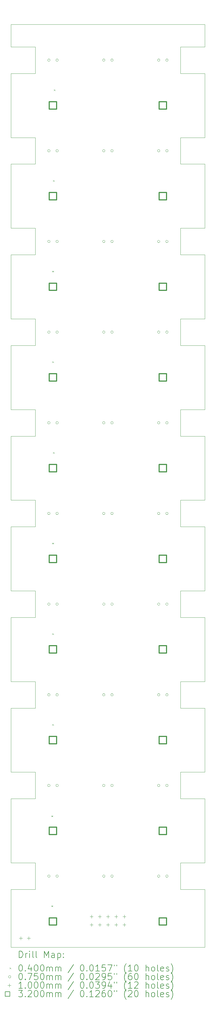
<source format=gbr>
%FSLAX45Y45*%
G04 Gerber Fmt 4.5, Leading zero omitted, Abs format (unit mm)*
G04 Created by KiCad (PCBNEW (6.0.0)) date 2022-10-10 13:55:57*
%MOMM*%
%LPD*%
G01*
G04 APERTURE LIST*
%TA.AperFunction,Profile*%
%ADD10C,0.100000*%
%TD*%
%ADD11C,0.200000*%
%ADD12C,0.040000*%
%ADD13C,0.075000*%
%ADD14C,0.100000*%
%ADD15C,0.320000*%
G04 APERTURE END LIST*
D10*
X9575000Y-31375000D02*
X9575000Y-29585000D01*
X3575000Y-15585000D02*
X3575000Y-17565000D01*
X8825000Y-3565000D02*
X9575000Y-3565000D01*
X8825000Y-9165000D02*
X9575000Y-9165000D01*
X8825000Y-23165000D02*
X8825000Y-23985000D01*
X3575000Y-15585000D02*
X4325000Y-15585000D01*
X8825000Y-12785000D02*
X9575000Y-12785000D01*
X9575000Y-28765000D02*
X9575000Y-26785000D01*
X3575000Y-9165000D02*
X4325000Y-9165000D01*
X8825000Y-14765000D02*
X8825000Y-15585000D01*
X9575000Y-20365000D02*
X9575000Y-18385000D01*
X8825000Y-6365000D02*
X8825000Y-7185000D01*
X3575000Y-31375000D02*
X9575000Y-31375000D01*
X3575000Y-23985000D02*
X3575000Y-25965000D01*
X4325000Y-18385000D02*
X4325000Y-17565000D01*
X3575000Y-23165000D02*
X4325000Y-23165000D01*
X4325000Y-23985000D02*
X4325000Y-23165000D01*
X9575000Y-23165000D02*
X9575000Y-21185000D01*
X3575000Y-2875000D02*
X3575000Y-3565000D01*
X3575000Y-6365000D02*
X4325000Y-6365000D01*
X3575000Y-23985000D02*
X4325000Y-23985000D01*
X3575000Y-9985000D02*
X3575000Y-11965000D01*
X8825000Y-11965000D02*
X9575000Y-11965000D01*
X9575000Y-11965000D02*
X9575000Y-9985000D01*
X9575000Y-9165000D02*
X9575000Y-7185000D01*
X3575000Y-17565000D02*
X4325000Y-17565000D01*
X3575000Y-26785000D02*
X4325000Y-26785000D01*
X4325000Y-4385000D02*
X4325000Y-3565000D01*
X8825000Y-17565000D02*
X8825000Y-18385000D01*
X8825000Y-4385000D02*
X9575000Y-4385000D01*
X8825000Y-7185000D02*
X9575000Y-7185000D01*
X8825000Y-25965000D02*
X8825000Y-26785000D01*
X3575000Y-4385000D02*
X3575000Y-6365000D01*
X8825000Y-21185000D02*
X9575000Y-21185000D01*
X8825000Y-20365000D02*
X8825000Y-21185000D01*
X4325000Y-15585000D02*
X4325000Y-14765000D01*
X8825000Y-14765000D02*
X9575000Y-14765000D01*
X8825000Y-18385000D02*
X9575000Y-18385000D01*
X8825000Y-20365000D02*
X9575000Y-20365000D01*
X3575000Y-18385000D02*
X4325000Y-18385000D01*
X4325000Y-21185000D02*
X4325000Y-20365000D01*
X3575000Y-12785000D02*
X4325000Y-12785000D01*
X3575000Y-25965000D02*
X4325000Y-25965000D01*
X9575000Y-25965000D02*
X9575000Y-23985000D01*
X9575000Y-17565000D02*
X9575000Y-15585000D01*
X8825000Y-23985000D02*
X9575000Y-23985000D01*
X8825000Y-26785000D02*
X9575000Y-26785000D01*
X3575000Y-7185000D02*
X3575000Y-9165000D01*
X8825000Y-3565000D02*
X8825000Y-4385000D01*
X8825000Y-28765000D02*
X8825000Y-29585000D01*
X3575000Y-7185000D02*
X4325000Y-7185000D01*
X3575000Y-3565000D02*
X4325000Y-3565000D01*
X8825000Y-9165000D02*
X8825000Y-9985000D01*
X3575000Y-4385000D02*
X4325000Y-4385000D01*
X4325000Y-29585000D02*
X4325000Y-28765000D01*
X8825000Y-28765000D02*
X9575000Y-28765000D01*
X8825000Y-17565000D02*
X9575000Y-17565000D01*
X3575000Y-21185000D02*
X3575000Y-23165000D01*
X3575000Y-12785000D02*
X3575000Y-14765000D01*
X3575000Y-11965000D02*
X4325000Y-11965000D01*
X8825000Y-9985000D02*
X9575000Y-9985000D01*
X4325000Y-26785000D02*
X4325000Y-25965000D01*
X8825000Y-15585000D02*
X9575000Y-15585000D01*
X3575000Y-28765000D02*
X4325000Y-28765000D01*
X3575000Y-18385000D02*
X3575000Y-20365000D01*
X4325000Y-12785000D02*
X4325000Y-11965000D01*
X3575000Y-9985000D02*
X4325000Y-9985000D01*
X3575000Y-29585000D02*
X4325000Y-29585000D01*
X9575000Y-3565000D02*
X9575000Y-2875000D01*
X8825000Y-23165000D02*
X9575000Y-23165000D01*
X3575000Y-14765000D02*
X4325000Y-14765000D01*
X8825000Y-11965000D02*
X8825000Y-12785000D01*
X3575000Y-29585000D02*
X3575000Y-31375000D01*
X3575000Y-21185000D02*
X4325000Y-21185000D01*
X8825000Y-25965000D02*
X9575000Y-25965000D01*
X9575000Y-14765000D02*
X9575000Y-12785000D01*
X3575000Y-26785000D02*
X3575000Y-28765000D01*
X8825000Y-29585000D02*
X9575000Y-29585000D01*
X4325000Y-9985000D02*
X4325000Y-9165000D01*
X9575000Y-2875000D02*
X3575000Y-2875000D01*
X9575000Y-6365000D02*
X9575000Y-4385000D01*
X4325000Y-7185000D02*
X4325000Y-6365000D01*
X3575000Y-20365000D02*
X4325000Y-20365000D01*
X8825000Y-6365000D02*
X9575000Y-6365000D01*
D11*
D12*
X4830000Y-27305000D02*
X4870000Y-27345000D01*
X4870000Y-27305000D02*
X4830000Y-27345000D01*
X4830000Y-30080000D02*
X4870000Y-30120000D01*
X4870000Y-30080000D02*
X4830000Y-30120000D01*
X4855000Y-10480000D02*
X4895000Y-10520000D01*
X4895000Y-10480000D02*
X4855000Y-10520000D01*
X4855000Y-13280000D02*
X4895000Y-13320000D01*
X4895000Y-13280000D02*
X4855000Y-13320000D01*
X4855000Y-18880000D02*
X4895000Y-18920000D01*
X4895000Y-18880000D02*
X4855000Y-18920000D01*
X4855000Y-21680000D02*
X4895000Y-21720000D01*
X4895000Y-21680000D02*
X4855000Y-21720000D01*
X4855000Y-24480000D02*
X4895000Y-24520000D01*
X4895000Y-24480000D02*
X4855000Y-24520000D01*
X4880000Y-7680000D02*
X4920000Y-7720000D01*
X4920000Y-7680000D02*
X4880000Y-7720000D01*
X4880000Y-16080000D02*
X4920000Y-16120000D01*
X4920000Y-16080000D02*
X4880000Y-16120000D01*
X4905000Y-4880000D02*
X4945000Y-4920000D01*
X4945000Y-4880000D02*
X4905000Y-4920000D01*
D13*
X4786000Y-3975000D02*
G75*
G03*
X4786000Y-3975000I-37500J0D01*
G01*
X4786000Y-6775000D02*
G75*
G03*
X4786000Y-6775000I-37500J0D01*
G01*
X4786000Y-9575000D02*
G75*
G03*
X4786000Y-9575000I-37500J0D01*
G01*
X4786000Y-12375000D02*
G75*
G03*
X4786000Y-12375000I-37500J0D01*
G01*
X4786000Y-15175000D02*
G75*
G03*
X4786000Y-15175000I-37500J0D01*
G01*
X4786000Y-17975000D02*
G75*
G03*
X4786000Y-17975000I-37500J0D01*
G01*
X4786000Y-20775000D02*
G75*
G03*
X4786000Y-20775000I-37500J0D01*
G01*
X4786000Y-23575000D02*
G75*
G03*
X4786000Y-23575000I-37500J0D01*
G01*
X4786000Y-26375000D02*
G75*
G03*
X4786000Y-26375000I-37500J0D01*
G01*
X4786000Y-29175000D02*
G75*
G03*
X4786000Y-29175000I-37500J0D01*
G01*
X5040000Y-3975000D02*
G75*
G03*
X5040000Y-3975000I-37500J0D01*
G01*
X5040000Y-6775000D02*
G75*
G03*
X5040000Y-6775000I-37500J0D01*
G01*
X5040000Y-9575000D02*
G75*
G03*
X5040000Y-9575000I-37500J0D01*
G01*
X5040000Y-12375000D02*
G75*
G03*
X5040000Y-12375000I-37500J0D01*
G01*
X5040000Y-15175000D02*
G75*
G03*
X5040000Y-15175000I-37500J0D01*
G01*
X5040000Y-17975000D02*
G75*
G03*
X5040000Y-17975000I-37500J0D01*
G01*
X5040000Y-20775000D02*
G75*
G03*
X5040000Y-20775000I-37500J0D01*
G01*
X5040000Y-23575000D02*
G75*
G03*
X5040000Y-23575000I-37500J0D01*
G01*
X5040000Y-26375000D02*
G75*
G03*
X5040000Y-26375000I-37500J0D01*
G01*
X5040000Y-29175000D02*
G75*
G03*
X5040000Y-29175000I-37500J0D01*
G01*
X6486000Y-3975000D02*
G75*
G03*
X6486000Y-3975000I-37500J0D01*
G01*
X6486000Y-6775000D02*
G75*
G03*
X6486000Y-6775000I-37500J0D01*
G01*
X6486000Y-9575000D02*
G75*
G03*
X6486000Y-9575000I-37500J0D01*
G01*
X6486000Y-12375000D02*
G75*
G03*
X6486000Y-12375000I-37500J0D01*
G01*
X6486000Y-15175000D02*
G75*
G03*
X6486000Y-15175000I-37500J0D01*
G01*
X6486000Y-17975000D02*
G75*
G03*
X6486000Y-17975000I-37500J0D01*
G01*
X6486000Y-20775000D02*
G75*
G03*
X6486000Y-20775000I-37500J0D01*
G01*
X6486000Y-23575000D02*
G75*
G03*
X6486000Y-23575000I-37500J0D01*
G01*
X6486000Y-26375000D02*
G75*
G03*
X6486000Y-26375000I-37500J0D01*
G01*
X6486000Y-29175000D02*
G75*
G03*
X6486000Y-29175000I-37500J0D01*
G01*
X6740000Y-3975000D02*
G75*
G03*
X6740000Y-3975000I-37500J0D01*
G01*
X6740000Y-6775000D02*
G75*
G03*
X6740000Y-6775000I-37500J0D01*
G01*
X6740000Y-9575000D02*
G75*
G03*
X6740000Y-9575000I-37500J0D01*
G01*
X6740000Y-12375000D02*
G75*
G03*
X6740000Y-12375000I-37500J0D01*
G01*
X6740000Y-15175000D02*
G75*
G03*
X6740000Y-15175000I-37500J0D01*
G01*
X6740000Y-17975000D02*
G75*
G03*
X6740000Y-17975000I-37500J0D01*
G01*
X6740000Y-20775000D02*
G75*
G03*
X6740000Y-20775000I-37500J0D01*
G01*
X6740000Y-23575000D02*
G75*
G03*
X6740000Y-23575000I-37500J0D01*
G01*
X6740000Y-26375000D02*
G75*
G03*
X6740000Y-26375000I-37500J0D01*
G01*
X6740000Y-29175000D02*
G75*
G03*
X6740000Y-29175000I-37500J0D01*
G01*
X8186000Y-3975000D02*
G75*
G03*
X8186000Y-3975000I-37500J0D01*
G01*
X8186000Y-6775000D02*
G75*
G03*
X8186000Y-6775000I-37500J0D01*
G01*
X8186000Y-9575000D02*
G75*
G03*
X8186000Y-9575000I-37500J0D01*
G01*
X8186000Y-12375000D02*
G75*
G03*
X8186000Y-12375000I-37500J0D01*
G01*
X8186000Y-15175000D02*
G75*
G03*
X8186000Y-15175000I-37500J0D01*
G01*
X8186000Y-17975000D02*
G75*
G03*
X8186000Y-17975000I-37500J0D01*
G01*
X8186000Y-20775000D02*
G75*
G03*
X8186000Y-20775000I-37500J0D01*
G01*
X8186000Y-23575000D02*
G75*
G03*
X8186000Y-23575000I-37500J0D01*
G01*
X8186000Y-26375000D02*
G75*
G03*
X8186000Y-26375000I-37500J0D01*
G01*
X8186000Y-29175000D02*
G75*
G03*
X8186000Y-29175000I-37500J0D01*
G01*
X8440000Y-3975000D02*
G75*
G03*
X8440000Y-3975000I-37500J0D01*
G01*
X8440000Y-6775000D02*
G75*
G03*
X8440000Y-6775000I-37500J0D01*
G01*
X8440000Y-9575000D02*
G75*
G03*
X8440000Y-9575000I-37500J0D01*
G01*
X8440000Y-12375000D02*
G75*
G03*
X8440000Y-12375000I-37500J0D01*
G01*
X8440000Y-15175000D02*
G75*
G03*
X8440000Y-15175000I-37500J0D01*
G01*
X8440000Y-17975000D02*
G75*
G03*
X8440000Y-17975000I-37500J0D01*
G01*
X8440000Y-20775000D02*
G75*
G03*
X8440000Y-20775000I-37500J0D01*
G01*
X8440000Y-23575000D02*
G75*
G03*
X8440000Y-23575000I-37500J0D01*
G01*
X8440000Y-26375000D02*
G75*
G03*
X8440000Y-26375000I-37500J0D01*
G01*
X8440000Y-29175000D02*
G75*
G03*
X8440000Y-29175000I-37500J0D01*
G01*
D14*
X3875000Y-31045000D02*
X3875000Y-31145000D01*
X3825000Y-31095000D02*
X3925000Y-31095000D01*
X4125000Y-31045000D02*
X4125000Y-31145000D01*
X4075000Y-31095000D02*
X4175000Y-31095000D01*
X6067000Y-30375000D02*
X6067000Y-30475000D01*
X6017000Y-30425000D02*
X6117000Y-30425000D01*
X6067000Y-30629000D02*
X6067000Y-30729000D01*
X6017000Y-30679000D02*
X6117000Y-30679000D01*
X6321000Y-30375000D02*
X6321000Y-30475000D01*
X6271000Y-30425000D02*
X6371000Y-30425000D01*
X6321000Y-30629000D02*
X6321000Y-30729000D01*
X6271000Y-30679000D02*
X6371000Y-30679000D01*
X6575000Y-30375000D02*
X6575000Y-30475000D01*
X6525000Y-30425000D02*
X6625000Y-30425000D01*
X6575000Y-30629000D02*
X6575000Y-30729000D01*
X6525000Y-30679000D02*
X6625000Y-30679000D01*
X6829000Y-30375000D02*
X6829000Y-30475000D01*
X6779000Y-30425000D02*
X6879000Y-30425000D01*
X6829000Y-30629000D02*
X6829000Y-30729000D01*
X6779000Y-30679000D02*
X6879000Y-30679000D01*
X7083000Y-30375000D02*
X7083000Y-30475000D01*
X7033000Y-30425000D02*
X7133000Y-30425000D01*
X7083000Y-30629000D02*
X7083000Y-30729000D01*
X7033000Y-30679000D02*
X7133000Y-30679000D01*
D15*
X4988138Y-5488138D02*
X4988138Y-5261862D01*
X4761862Y-5261862D01*
X4761862Y-5488138D01*
X4988138Y-5488138D01*
X4988138Y-8288138D02*
X4988138Y-8061862D01*
X4761862Y-8061862D01*
X4761862Y-8288138D01*
X4988138Y-8288138D01*
X4988138Y-11088138D02*
X4988138Y-10861862D01*
X4761862Y-10861862D01*
X4761862Y-11088138D01*
X4988138Y-11088138D01*
X4988138Y-13888138D02*
X4988138Y-13661862D01*
X4761862Y-13661862D01*
X4761862Y-13888138D01*
X4988138Y-13888138D01*
X4988138Y-16688138D02*
X4988138Y-16461862D01*
X4761862Y-16461862D01*
X4761862Y-16688138D01*
X4988138Y-16688138D01*
X4988138Y-19488138D02*
X4988138Y-19261862D01*
X4761862Y-19261862D01*
X4761862Y-19488138D01*
X4988138Y-19488138D01*
X4988138Y-22288138D02*
X4988138Y-22061862D01*
X4761862Y-22061862D01*
X4761862Y-22288138D01*
X4988138Y-22288138D01*
X4988138Y-25088138D02*
X4988138Y-24861862D01*
X4761862Y-24861862D01*
X4761862Y-25088138D01*
X4988138Y-25088138D01*
X4988138Y-27888138D02*
X4988138Y-27661862D01*
X4761862Y-27661862D01*
X4761862Y-27888138D01*
X4988138Y-27888138D01*
X4988138Y-30688138D02*
X4988138Y-30461862D01*
X4761862Y-30461862D01*
X4761862Y-30688138D01*
X4988138Y-30688138D01*
X8388138Y-5488138D02*
X8388138Y-5261862D01*
X8161862Y-5261862D01*
X8161862Y-5488138D01*
X8388138Y-5488138D01*
X8388138Y-8288138D02*
X8388138Y-8061862D01*
X8161862Y-8061862D01*
X8161862Y-8288138D01*
X8388138Y-8288138D01*
X8388138Y-11088138D02*
X8388138Y-10861862D01*
X8161862Y-10861862D01*
X8161862Y-11088138D01*
X8388138Y-11088138D01*
X8388138Y-13888138D02*
X8388138Y-13661862D01*
X8161862Y-13661862D01*
X8161862Y-13888138D01*
X8388138Y-13888138D01*
X8388138Y-16688138D02*
X8388138Y-16461862D01*
X8161862Y-16461862D01*
X8161862Y-16688138D01*
X8388138Y-16688138D01*
X8388138Y-19488138D02*
X8388138Y-19261862D01*
X8161862Y-19261862D01*
X8161862Y-19488138D01*
X8388138Y-19488138D01*
X8388138Y-22288138D02*
X8388138Y-22061862D01*
X8161862Y-22061862D01*
X8161862Y-22288138D01*
X8388138Y-22288138D01*
X8388138Y-25088138D02*
X8388138Y-24861862D01*
X8161862Y-24861862D01*
X8161862Y-25088138D01*
X8388138Y-25088138D01*
X8388138Y-27888138D02*
X8388138Y-27661862D01*
X8161862Y-27661862D01*
X8161862Y-27888138D01*
X8388138Y-27888138D01*
X8388138Y-30688138D02*
X8388138Y-30461862D01*
X8161862Y-30461862D01*
X8161862Y-30688138D01*
X8388138Y-30688138D01*
D11*
X3827619Y-31690476D02*
X3827619Y-31490476D01*
X3875238Y-31490476D01*
X3903809Y-31500000D01*
X3922857Y-31519048D01*
X3932381Y-31538095D01*
X3941905Y-31576190D01*
X3941905Y-31604762D01*
X3932381Y-31642857D01*
X3922857Y-31661905D01*
X3903809Y-31680952D01*
X3875238Y-31690476D01*
X3827619Y-31690476D01*
X4027619Y-31690476D02*
X4027619Y-31557143D01*
X4027619Y-31595238D02*
X4037143Y-31576190D01*
X4046667Y-31566667D01*
X4065714Y-31557143D01*
X4084762Y-31557143D01*
X4151428Y-31690476D02*
X4151428Y-31557143D01*
X4151428Y-31490476D02*
X4141905Y-31500000D01*
X4151428Y-31509524D01*
X4160952Y-31500000D01*
X4151428Y-31490476D01*
X4151428Y-31509524D01*
X4275238Y-31690476D02*
X4256190Y-31680952D01*
X4246667Y-31661905D01*
X4246667Y-31490476D01*
X4380000Y-31690476D02*
X4360952Y-31680952D01*
X4351429Y-31661905D01*
X4351429Y-31490476D01*
X4608571Y-31690476D02*
X4608571Y-31490476D01*
X4675238Y-31633333D01*
X4741905Y-31490476D01*
X4741905Y-31690476D01*
X4922857Y-31690476D02*
X4922857Y-31585714D01*
X4913333Y-31566667D01*
X4894286Y-31557143D01*
X4856190Y-31557143D01*
X4837143Y-31566667D01*
X4922857Y-31680952D02*
X4903810Y-31690476D01*
X4856190Y-31690476D01*
X4837143Y-31680952D01*
X4827619Y-31661905D01*
X4827619Y-31642857D01*
X4837143Y-31623809D01*
X4856190Y-31614286D01*
X4903810Y-31614286D01*
X4922857Y-31604762D01*
X5018095Y-31557143D02*
X5018095Y-31757143D01*
X5018095Y-31566667D02*
X5037143Y-31557143D01*
X5075238Y-31557143D01*
X5094286Y-31566667D01*
X5103810Y-31576190D01*
X5113333Y-31595238D01*
X5113333Y-31652381D01*
X5103810Y-31671428D01*
X5094286Y-31680952D01*
X5075238Y-31690476D01*
X5037143Y-31690476D01*
X5018095Y-31680952D01*
X5199048Y-31671428D02*
X5208571Y-31680952D01*
X5199048Y-31690476D01*
X5189524Y-31680952D01*
X5199048Y-31671428D01*
X5199048Y-31690476D01*
X5199048Y-31566667D02*
X5208571Y-31576190D01*
X5199048Y-31585714D01*
X5189524Y-31576190D01*
X5199048Y-31566667D01*
X5199048Y-31585714D01*
D12*
X3530000Y-32000000D02*
X3570000Y-32040000D01*
X3570000Y-32000000D02*
X3530000Y-32040000D01*
D11*
X3865714Y-31910476D02*
X3884762Y-31910476D01*
X3903809Y-31920000D01*
X3913333Y-31929524D01*
X3922857Y-31948571D01*
X3932381Y-31986667D01*
X3932381Y-32034286D01*
X3922857Y-32072381D01*
X3913333Y-32091428D01*
X3903809Y-32100952D01*
X3884762Y-32110476D01*
X3865714Y-32110476D01*
X3846667Y-32100952D01*
X3837143Y-32091428D01*
X3827619Y-32072381D01*
X3818095Y-32034286D01*
X3818095Y-31986667D01*
X3827619Y-31948571D01*
X3837143Y-31929524D01*
X3846667Y-31920000D01*
X3865714Y-31910476D01*
X4018095Y-32091428D02*
X4027619Y-32100952D01*
X4018095Y-32110476D01*
X4008571Y-32100952D01*
X4018095Y-32091428D01*
X4018095Y-32110476D01*
X4199048Y-31977143D02*
X4199048Y-32110476D01*
X4151428Y-31900952D02*
X4103809Y-32043809D01*
X4227619Y-32043809D01*
X4341905Y-31910476D02*
X4360952Y-31910476D01*
X4380000Y-31920000D01*
X4389524Y-31929524D01*
X4399048Y-31948571D01*
X4408571Y-31986667D01*
X4408571Y-32034286D01*
X4399048Y-32072381D01*
X4389524Y-32091428D01*
X4380000Y-32100952D01*
X4360952Y-32110476D01*
X4341905Y-32110476D01*
X4322857Y-32100952D01*
X4313333Y-32091428D01*
X4303810Y-32072381D01*
X4294286Y-32034286D01*
X4294286Y-31986667D01*
X4303810Y-31948571D01*
X4313333Y-31929524D01*
X4322857Y-31920000D01*
X4341905Y-31910476D01*
X4532381Y-31910476D02*
X4551429Y-31910476D01*
X4570476Y-31920000D01*
X4580000Y-31929524D01*
X4589524Y-31948571D01*
X4599048Y-31986667D01*
X4599048Y-32034286D01*
X4589524Y-32072381D01*
X4580000Y-32091428D01*
X4570476Y-32100952D01*
X4551429Y-32110476D01*
X4532381Y-32110476D01*
X4513333Y-32100952D01*
X4503810Y-32091428D01*
X4494286Y-32072381D01*
X4484762Y-32034286D01*
X4484762Y-31986667D01*
X4494286Y-31948571D01*
X4503810Y-31929524D01*
X4513333Y-31920000D01*
X4532381Y-31910476D01*
X4684762Y-32110476D02*
X4684762Y-31977143D01*
X4684762Y-31996190D02*
X4694286Y-31986667D01*
X4713333Y-31977143D01*
X4741905Y-31977143D01*
X4760952Y-31986667D01*
X4770476Y-32005714D01*
X4770476Y-32110476D01*
X4770476Y-32005714D02*
X4780000Y-31986667D01*
X4799048Y-31977143D01*
X4827619Y-31977143D01*
X4846667Y-31986667D01*
X4856190Y-32005714D01*
X4856190Y-32110476D01*
X4951429Y-32110476D02*
X4951429Y-31977143D01*
X4951429Y-31996190D02*
X4960952Y-31986667D01*
X4980000Y-31977143D01*
X5008571Y-31977143D01*
X5027619Y-31986667D01*
X5037143Y-32005714D01*
X5037143Y-32110476D01*
X5037143Y-32005714D02*
X5046667Y-31986667D01*
X5065714Y-31977143D01*
X5094286Y-31977143D01*
X5113333Y-31986667D01*
X5122857Y-32005714D01*
X5122857Y-32110476D01*
X5513333Y-31900952D02*
X5341905Y-32158095D01*
X5770476Y-31910476D02*
X5789524Y-31910476D01*
X5808571Y-31920000D01*
X5818095Y-31929524D01*
X5827619Y-31948571D01*
X5837143Y-31986667D01*
X5837143Y-32034286D01*
X5827619Y-32072381D01*
X5818095Y-32091428D01*
X5808571Y-32100952D01*
X5789524Y-32110476D01*
X5770476Y-32110476D01*
X5751428Y-32100952D01*
X5741905Y-32091428D01*
X5732381Y-32072381D01*
X5722857Y-32034286D01*
X5722857Y-31986667D01*
X5732381Y-31948571D01*
X5741905Y-31929524D01*
X5751428Y-31920000D01*
X5770476Y-31910476D01*
X5922857Y-32091428D02*
X5932381Y-32100952D01*
X5922857Y-32110476D01*
X5913333Y-32100952D01*
X5922857Y-32091428D01*
X5922857Y-32110476D01*
X6056190Y-31910476D02*
X6075238Y-31910476D01*
X6094286Y-31920000D01*
X6103809Y-31929524D01*
X6113333Y-31948571D01*
X6122857Y-31986667D01*
X6122857Y-32034286D01*
X6113333Y-32072381D01*
X6103809Y-32091428D01*
X6094286Y-32100952D01*
X6075238Y-32110476D01*
X6056190Y-32110476D01*
X6037143Y-32100952D01*
X6027619Y-32091428D01*
X6018095Y-32072381D01*
X6008571Y-32034286D01*
X6008571Y-31986667D01*
X6018095Y-31948571D01*
X6027619Y-31929524D01*
X6037143Y-31920000D01*
X6056190Y-31910476D01*
X6313333Y-32110476D02*
X6199048Y-32110476D01*
X6256190Y-32110476D02*
X6256190Y-31910476D01*
X6237143Y-31939048D01*
X6218095Y-31958095D01*
X6199048Y-31967619D01*
X6494286Y-31910476D02*
X6399048Y-31910476D01*
X6389524Y-32005714D01*
X6399048Y-31996190D01*
X6418095Y-31986667D01*
X6465714Y-31986667D01*
X6484762Y-31996190D01*
X6494286Y-32005714D01*
X6503809Y-32024762D01*
X6503809Y-32072381D01*
X6494286Y-32091428D01*
X6484762Y-32100952D01*
X6465714Y-32110476D01*
X6418095Y-32110476D01*
X6399048Y-32100952D01*
X6389524Y-32091428D01*
X6570476Y-31910476D02*
X6703809Y-31910476D01*
X6618095Y-32110476D01*
X6770476Y-31910476D02*
X6770476Y-31948571D01*
X6846667Y-31910476D02*
X6846667Y-31948571D01*
X7141905Y-32186667D02*
X7132381Y-32177143D01*
X7113333Y-32148571D01*
X7103809Y-32129524D01*
X7094286Y-32100952D01*
X7084762Y-32053333D01*
X7084762Y-32015238D01*
X7094286Y-31967619D01*
X7103809Y-31939048D01*
X7113333Y-31920000D01*
X7132381Y-31891428D01*
X7141905Y-31881905D01*
X7322857Y-32110476D02*
X7208571Y-32110476D01*
X7265714Y-32110476D02*
X7265714Y-31910476D01*
X7246667Y-31939048D01*
X7227619Y-31958095D01*
X7208571Y-31967619D01*
X7446667Y-31910476D02*
X7465714Y-31910476D01*
X7484762Y-31920000D01*
X7494286Y-31929524D01*
X7503809Y-31948571D01*
X7513333Y-31986667D01*
X7513333Y-32034286D01*
X7503809Y-32072381D01*
X7494286Y-32091428D01*
X7484762Y-32100952D01*
X7465714Y-32110476D01*
X7446667Y-32110476D01*
X7427619Y-32100952D01*
X7418095Y-32091428D01*
X7408571Y-32072381D01*
X7399048Y-32034286D01*
X7399048Y-31986667D01*
X7408571Y-31948571D01*
X7418095Y-31929524D01*
X7427619Y-31920000D01*
X7446667Y-31910476D01*
X7751428Y-32110476D02*
X7751428Y-31910476D01*
X7837143Y-32110476D02*
X7837143Y-32005714D01*
X7827619Y-31986667D01*
X7808571Y-31977143D01*
X7780000Y-31977143D01*
X7760952Y-31986667D01*
X7751428Y-31996190D01*
X7960952Y-32110476D02*
X7941905Y-32100952D01*
X7932381Y-32091428D01*
X7922857Y-32072381D01*
X7922857Y-32015238D01*
X7932381Y-31996190D01*
X7941905Y-31986667D01*
X7960952Y-31977143D01*
X7989524Y-31977143D01*
X8008571Y-31986667D01*
X8018095Y-31996190D01*
X8027619Y-32015238D01*
X8027619Y-32072381D01*
X8018095Y-32091428D01*
X8008571Y-32100952D01*
X7989524Y-32110476D01*
X7960952Y-32110476D01*
X8141905Y-32110476D02*
X8122857Y-32100952D01*
X8113333Y-32081905D01*
X8113333Y-31910476D01*
X8294286Y-32100952D02*
X8275238Y-32110476D01*
X8237143Y-32110476D01*
X8218095Y-32100952D01*
X8208571Y-32081905D01*
X8208571Y-32005714D01*
X8218095Y-31986667D01*
X8237143Y-31977143D01*
X8275238Y-31977143D01*
X8294286Y-31986667D01*
X8303809Y-32005714D01*
X8303809Y-32024762D01*
X8208571Y-32043809D01*
X8380000Y-32100952D02*
X8399048Y-32110476D01*
X8437143Y-32110476D01*
X8456190Y-32100952D01*
X8465714Y-32081905D01*
X8465714Y-32072381D01*
X8456190Y-32053333D01*
X8437143Y-32043809D01*
X8408571Y-32043809D01*
X8389524Y-32034286D01*
X8380000Y-32015238D01*
X8380000Y-32005714D01*
X8389524Y-31986667D01*
X8408571Y-31977143D01*
X8437143Y-31977143D01*
X8456190Y-31986667D01*
X8532381Y-32186667D02*
X8541905Y-32177143D01*
X8560952Y-32148571D01*
X8570476Y-32129524D01*
X8580000Y-32100952D01*
X8589524Y-32053333D01*
X8589524Y-32015238D01*
X8580000Y-31967619D01*
X8570476Y-31939048D01*
X8560952Y-31920000D01*
X8541905Y-31891428D01*
X8532381Y-31881905D01*
D13*
X3570000Y-32284000D02*
G75*
G03*
X3570000Y-32284000I-37500J0D01*
G01*
D11*
X3865714Y-32174476D02*
X3884762Y-32174476D01*
X3903809Y-32184000D01*
X3913333Y-32193524D01*
X3922857Y-32212571D01*
X3932381Y-32250667D01*
X3932381Y-32298286D01*
X3922857Y-32336381D01*
X3913333Y-32355428D01*
X3903809Y-32364952D01*
X3884762Y-32374476D01*
X3865714Y-32374476D01*
X3846667Y-32364952D01*
X3837143Y-32355428D01*
X3827619Y-32336381D01*
X3818095Y-32298286D01*
X3818095Y-32250667D01*
X3827619Y-32212571D01*
X3837143Y-32193524D01*
X3846667Y-32184000D01*
X3865714Y-32174476D01*
X4018095Y-32355428D02*
X4027619Y-32364952D01*
X4018095Y-32374476D01*
X4008571Y-32364952D01*
X4018095Y-32355428D01*
X4018095Y-32374476D01*
X4094286Y-32174476D02*
X4227619Y-32174476D01*
X4141905Y-32374476D01*
X4399048Y-32174476D02*
X4303810Y-32174476D01*
X4294286Y-32269714D01*
X4303810Y-32260190D01*
X4322857Y-32250667D01*
X4370476Y-32250667D01*
X4389524Y-32260190D01*
X4399048Y-32269714D01*
X4408571Y-32288762D01*
X4408571Y-32336381D01*
X4399048Y-32355428D01*
X4389524Y-32364952D01*
X4370476Y-32374476D01*
X4322857Y-32374476D01*
X4303810Y-32364952D01*
X4294286Y-32355428D01*
X4532381Y-32174476D02*
X4551429Y-32174476D01*
X4570476Y-32184000D01*
X4580000Y-32193524D01*
X4589524Y-32212571D01*
X4599048Y-32250667D01*
X4599048Y-32298286D01*
X4589524Y-32336381D01*
X4580000Y-32355428D01*
X4570476Y-32364952D01*
X4551429Y-32374476D01*
X4532381Y-32374476D01*
X4513333Y-32364952D01*
X4503810Y-32355428D01*
X4494286Y-32336381D01*
X4484762Y-32298286D01*
X4484762Y-32250667D01*
X4494286Y-32212571D01*
X4503810Y-32193524D01*
X4513333Y-32184000D01*
X4532381Y-32174476D01*
X4684762Y-32374476D02*
X4684762Y-32241143D01*
X4684762Y-32260190D02*
X4694286Y-32250667D01*
X4713333Y-32241143D01*
X4741905Y-32241143D01*
X4760952Y-32250667D01*
X4770476Y-32269714D01*
X4770476Y-32374476D01*
X4770476Y-32269714D02*
X4780000Y-32250667D01*
X4799048Y-32241143D01*
X4827619Y-32241143D01*
X4846667Y-32250667D01*
X4856190Y-32269714D01*
X4856190Y-32374476D01*
X4951429Y-32374476D02*
X4951429Y-32241143D01*
X4951429Y-32260190D02*
X4960952Y-32250667D01*
X4980000Y-32241143D01*
X5008571Y-32241143D01*
X5027619Y-32250667D01*
X5037143Y-32269714D01*
X5037143Y-32374476D01*
X5037143Y-32269714D02*
X5046667Y-32250667D01*
X5065714Y-32241143D01*
X5094286Y-32241143D01*
X5113333Y-32250667D01*
X5122857Y-32269714D01*
X5122857Y-32374476D01*
X5513333Y-32164952D02*
X5341905Y-32422095D01*
X5770476Y-32174476D02*
X5789524Y-32174476D01*
X5808571Y-32184000D01*
X5818095Y-32193524D01*
X5827619Y-32212571D01*
X5837143Y-32250667D01*
X5837143Y-32298286D01*
X5827619Y-32336381D01*
X5818095Y-32355428D01*
X5808571Y-32364952D01*
X5789524Y-32374476D01*
X5770476Y-32374476D01*
X5751428Y-32364952D01*
X5741905Y-32355428D01*
X5732381Y-32336381D01*
X5722857Y-32298286D01*
X5722857Y-32250667D01*
X5732381Y-32212571D01*
X5741905Y-32193524D01*
X5751428Y-32184000D01*
X5770476Y-32174476D01*
X5922857Y-32355428D02*
X5932381Y-32364952D01*
X5922857Y-32374476D01*
X5913333Y-32364952D01*
X5922857Y-32355428D01*
X5922857Y-32374476D01*
X6056190Y-32174476D02*
X6075238Y-32174476D01*
X6094286Y-32184000D01*
X6103809Y-32193524D01*
X6113333Y-32212571D01*
X6122857Y-32250667D01*
X6122857Y-32298286D01*
X6113333Y-32336381D01*
X6103809Y-32355428D01*
X6094286Y-32364952D01*
X6075238Y-32374476D01*
X6056190Y-32374476D01*
X6037143Y-32364952D01*
X6027619Y-32355428D01*
X6018095Y-32336381D01*
X6008571Y-32298286D01*
X6008571Y-32250667D01*
X6018095Y-32212571D01*
X6027619Y-32193524D01*
X6037143Y-32184000D01*
X6056190Y-32174476D01*
X6199048Y-32193524D02*
X6208571Y-32184000D01*
X6227619Y-32174476D01*
X6275238Y-32174476D01*
X6294286Y-32184000D01*
X6303809Y-32193524D01*
X6313333Y-32212571D01*
X6313333Y-32231619D01*
X6303809Y-32260190D01*
X6189524Y-32374476D01*
X6313333Y-32374476D01*
X6408571Y-32374476D02*
X6446667Y-32374476D01*
X6465714Y-32364952D01*
X6475238Y-32355428D01*
X6494286Y-32326857D01*
X6503809Y-32288762D01*
X6503809Y-32212571D01*
X6494286Y-32193524D01*
X6484762Y-32184000D01*
X6465714Y-32174476D01*
X6427619Y-32174476D01*
X6408571Y-32184000D01*
X6399048Y-32193524D01*
X6389524Y-32212571D01*
X6389524Y-32260190D01*
X6399048Y-32279238D01*
X6408571Y-32288762D01*
X6427619Y-32298286D01*
X6465714Y-32298286D01*
X6484762Y-32288762D01*
X6494286Y-32279238D01*
X6503809Y-32260190D01*
X6684762Y-32174476D02*
X6589524Y-32174476D01*
X6580000Y-32269714D01*
X6589524Y-32260190D01*
X6608571Y-32250667D01*
X6656190Y-32250667D01*
X6675238Y-32260190D01*
X6684762Y-32269714D01*
X6694286Y-32288762D01*
X6694286Y-32336381D01*
X6684762Y-32355428D01*
X6675238Y-32364952D01*
X6656190Y-32374476D01*
X6608571Y-32374476D01*
X6589524Y-32364952D01*
X6580000Y-32355428D01*
X6770476Y-32174476D02*
X6770476Y-32212571D01*
X6846667Y-32174476D02*
X6846667Y-32212571D01*
X7141905Y-32450667D02*
X7132381Y-32441143D01*
X7113333Y-32412571D01*
X7103809Y-32393524D01*
X7094286Y-32364952D01*
X7084762Y-32317333D01*
X7084762Y-32279238D01*
X7094286Y-32231619D01*
X7103809Y-32203048D01*
X7113333Y-32184000D01*
X7132381Y-32155428D01*
X7141905Y-32145905D01*
X7303809Y-32174476D02*
X7265714Y-32174476D01*
X7246667Y-32184000D01*
X7237143Y-32193524D01*
X7218095Y-32222095D01*
X7208571Y-32260190D01*
X7208571Y-32336381D01*
X7218095Y-32355428D01*
X7227619Y-32364952D01*
X7246667Y-32374476D01*
X7284762Y-32374476D01*
X7303809Y-32364952D01*
X7313333Y-32355428D01*
X7322857Y-32336381D01*
X7322857Y-32288762D01*
X7313333Y-32269714D01*
X7303809Y-32260190D01*
X7284762Y-32250667D01*
X7246667Y-32250667D01*
X7227619Y-32260190D01*
X7218095Y-32269714D01*
X7208571Y-32288762D01*
X7446667Y-32174476D02*
X7465714Y-32174476D01*
X7484762Y-32184000D01*
X7494286Y-32193524D01*
X7503809Y-32212571D01*
X7513333Y-32250667D01*
X7513333Y-32298286D01*
X7503809Y-32336381D01*
X7494286Y-32355428D01*
X7484762Y-32364952D01*
X7465714Y-32374476D01*
X7446667Y-32374476D01*
X7427619Y-32364952D01*
X7418095Y-32355428D01*
X7408571Y-32336381D01*
X7399048Y-32298286D01*
X7399048Y-32250667D01*
X7408571Y-32212571D01*
X7418095Y-32193524D01*
X7427619Y-32184000D01*
X7446667Y-32174476D01*
X7751428Y-32374476D02*
X7751428Y-32174476D01*
X7837143Y-32374476D02*
X7837143Y-32269714D01*
X7827619Y-32250667D01*
X7808571Y-32241143D01*
X7780000Y-32241143D01*
X7760952Y-32250667D01*
X7751428Y-32260190D01*
X7960952Y-32374476D02*
X7941905Y-32364952D01*
X7932381Y-32355428D01*
X7922857Y-32336381D01*
X7922857Y-32279238D01*
X7932381Y-32260190D01*
X7941905Y-32250667D01*
X7960952Y-32241143D01*
X7989524Y-32241143D01*
X8008571Y-32250667D01*
X8018095Y-32260190D01*
X8027619Y-32279238D01*
X8027619Y-32336381D01*
X8018095Y-32355428D01*
X8008571Y-32364952D01*
X7989524Y-32374476D01*
X7960952Y-32374476D01*
X8141905Y-32374476D02*
X8122857Y-32364952D01*
X8113333Y-32345905D01*
X8113333Y-32174476D01*
X8294286Y-32364952D02*
X8275238Y-32374476D01*
X8237143Y-32374476D01*
X8218095Y-32364952D01*
X8208571Y-32345905D01*
X8208571Y-32269714D01*
X8218095Y-32250667D01*
X8237143Y-32241143D01*
X8275238Y-32241143D01*
X8294286Y-32250667D01*
X8303809Y-32269714D01*
X8303809Y-32288762D01*
X8208571Y-32307809D01*
X8380000Y-32364952D02*
X8399048Y-32374476D01*
X8437143Y-32374476D01*
X8456190Y-32364952D01*
X8465714Y-32345905D01*
X8465714Y-32336381D01*
X8456190Y-32317333D01*
X8437143Y-32307809D01*
X8408571Y-32307809D01*
X8389524Y-32298286D01*
X8380000Y-32279238D01*
X8380000Y-32269714D01*
X8389524Y-32250667D01*
X8408571Y-32241143D01*
X8437143Y-32241143D01*
X8456190Y-32250667D01*
X8532381Y-32450667D02*
X8541905Y-32441143D01*
X8560952Y-32412571D01*
X8570476Y-32393524D01*
X8580000Y-32364952D01*
X8589524Y-32317333D01*
X8589524Y-32279238D01*
X8580000Y-32231619D01*
X8570476Y-32203048D01*
X8560952Y-32184000D01*
X8541905Y-32155428D01*
X8532381Y-32145905D01*
D14*
X3520000Y-32498000D02*
X3520000Y-32598000D01*
X3470000Y-32548000D02*
X3570000Y-32548000D01*
D11*
X3932381Y-32638476D02*
X3818095Y-32638476D01*
X3875238Y-32638476D02*
X3875238Y-32438476D01*
X3856190Y-32467048D01*
X3837143Y-32486095D01*
X3818095Y-32495619D01*
X4018095Y-32619428D02*
X4027619Y-32628952D01*
X4018095Y-32638476D01*
X4008571Y-32628952D01*
X4018095Y-32619428D01*
X4018095Y-32638476D01*
X4151428Y-32438476D02*
X4170476Y-32438476D01*
X4189524Y-32448000D01*
X4199048Y-32457524D01*
X4208571Y-32476571D01*
X4218095Y-32514667D01*
X4218095Y-32562286D01*
X4208571Y-32600381D01*
X4199048Y-32619428D01*
X4189524Y-32628952D01*
X4170476Y-32638476D01*
X4151428Y-32638476D01*
X4132381Y-32628952D01*
X4122857Y-32619428D01*
X4113333Y-32600381D01*
X4103809Y-32562286D01*
X4103809Y-32514667D01*
X4113333Y-32476571D01*
X4122857Y-32457524D01*
X4132381Y-32448000D01*
X4151428Y-32438476D01*
X4341905Y-32438476D02*
X4360952Y-32438476D01*
X4380000Y-32448000D01*
X4389524Y-32457524D01*
X4399048Y-32476571D01*
X4408571Y-32514667D01*
X4408571Y-32562286D01*
X4399048Y-32600381D01*
X4389524Y-32619428D01*
X4380000Y-32628952D01*
X4360952Y-32638476D01*
X4341905Y-32638476D01*
X4322857Y-32628952D01*
X4313333Y-32619428D01*
X4303810Y-32600381D01*
X4294286Y-32562286D01*
X4294286Y-32514667D01*
X4303810Y-32476571D01*
X4313333Y-32457524D01*
X4322857Y-32448000D01*
X4341905Y-32438476D01*
X4532381Y-32438476D02*
X4551429Y-32438476D01*
X4570476Y-32448000D01*
X4580000Y-32457524D01*
X4589524Y-32476571D01*
X4599048Y-32514667D01*
X4599048Y-32562286D01*
X4589524Y-32600381D01*
X4580000Y-32619428D01*
X4570476Y-32628952D01*
X4551429Y-32638476D01*
X4532381Y-32638476D01*
X4513333Y-32628952D01*
X4503810Y-32619428D01*
X4494286Y-32600381D01*
X4484762Y-32562286D01*
X4484762Y-32514667D01*
X4494286Y-32476571D01*
X4503810Y-32457524D01*
X4513333Y-32448000D01*
X4532381Y-32438476D01*
X4684762Y-32638476D02*
X4684762Y-32505143D01*
X4684762Y-32524190D02*
X4694286Y-32514667D01*
X4713333Y-32505143D01*
X4741905Y-32505143D01*
X4760952Y-32514667D01*
X4770476Y-32533714D01*
X4770476Y-32638476D01*
X4770476Y-32533714D02*
X4780000Y-32514667D01*
X4799048Y-32505143D01*
X4827619Y-32505143D01*
X4846667Y-32514667D01*
X4856190Y-32533714D01*
X4856190Y-32638476D01*
X4951429Y-32638476D02*
X4951429Y-32505143D01*
X4951429Y-32524190D02*
X4960952Y-32514667D01*
X4980000Y-32505143D01*
X5008571Y-32505143D01*
X5027619Y-32514667D01*
X5037143Y-32533714D01*
X5037143Y-32638476D01*
X5037143Y-32533714D02*
X5046667Y-32514667D01*
X5065714Y-32505143D01*
X5094286Y-32505143D01*
X5113333Y-32514667D01*
X5122857Y-32533714D01*
X5122857Y-32638476D01*
X5513333Y-32428952D02*
X5341905Y-32686095D01*
X5770476Y-32438476D02*
X5789524Y-32438476D01*
X5808571Y-32448000D01*
X5818095Y-32457524D01*
X5827619Y-32476571D01*
X5837143Y-32514667D01*
X5837143Y-32562286D01*
X5827619Y-32600381D01*
X5818095Y-32619428D01*
X5808571Y-32628952D01*
X5789524Y-32638476D01*
X5770476Y-32638476D01*
X5751428Y-32628952D01*
X5741905Y-32619428D01*
X5732381Y-32600381D01*
X5722857Y-32562286D01*
X5722857Y-32514667D01*
X5732381Y-32476571D01*
X5741905Y-32457524D01*
X5751428Y-32448000D01*
X5770476Y-32438476D01*
X5922857Y-32619428D02*
X5932381Y-32628952D01*
X5922857Y-32638476D01*
X5913333Y-32628952D01*
X5922857Y-32619428D01*
X5922857Y-32638476D01*
X6056190Y-32438476D02*
X6075238Y-32438476D01*
X6094286Y-32448000D01*
X6103809Y-32457524D01*
X6113333Y-32476571D01*
X6122857Y-32514667D01*
X6122857Y-32562286D01*
X6113333Y-32600381D01*
X6103809Y-32619428D01*
X6094286Y-32628952D01*
X6075238Y-32638476D01*
X6056190Y-32638476D01*
X6037143Y-32628952D01*
X6027619Y-32619428D01*
X6018095Y-32600381D01*
X6008571Y-32562286D01*
X6008571Y-32514667D01*
X6018095Y-32476571D01*
X6027619Y-32457524D01*
X6037143Y-32448000D01*
X6056190Y-32438476D01*
X6189524Y-32438476D02*
X6313333Y-32438476D01*
X6246667Y-32514667D01*
X6275238Y-32514667D01*
X6294286Y-32524190D01*
X6303809Y-32533714D01*
X6313333Y-32552762D01*
X6313333Y-32600381D01*
X6303809Y-32619428D01*
X6294286Y-32628952D01*
X6275238Y-32638476D01*
X6218095Y-32638476D01*
X6199048Y-32628952D01*
X6189524Y-32619428D01*
X6408571Y-32638476D02*
X6446667Y-32638476D01*
X6465714Y-32628952D01*
X6475238Y-32619428D01*
X6494286Y-32590857D01*
X6503809Y-32552762D01*
X6503809Y-32476571D01*
X6494286Y-32457524D01*
X6484762Y-32448000D01*
X6465714Y-32438476D01*
X6427619Y-32438476D01*
X6408571Y-32448000D01*
X6399048Y-32457524D01*
X6389524Y-32476571D01*
X6389524Y-32524190D01*
X6399048Y-32543238D01*
X6408571Y-32552762D01*
X6427619Y-32562286D01*
X6465714Y-32562286D01*
X6484762Y-32552762D01*
X6494286Y-32543238D01*
X6503809Y-32524190D01*
X6675238Y-32505143D02*
X6675238Y-32638476D01*
X6627619Y-32428952D02*
X6580000Y-32571809D01*
X6703809Y-32571809D01*
X6770476Y-32438476D02*
X6770476Y-32476571D01*
X6846667Y-32438476D02*
X6846667Y-32476571D01*
X7141905Y-32714667D02*
X7132381Y-32705143D01*
X7113333Y-32676571D01*
X7103809Y-32657524D01*
X7094286Y-32628952D01*
X7084762Y-32581333D01*
X7084762Y-32543238D01*
X7094286Y-32495619D01*
X7103809Y-32467048D01*
X7113333Y-32448000D01*
X7132381Y-32419428D01*
X7141905Y-32409905D01*
X7322857Y-32638476D02*
X7208571Y-32638476D01*
X7265714Y-32638476D02*
X7265714Y-32438476D01*
X7246667Y-32467048D01*
X7227619Y-32486095D01*
X7208571Y-32495619D01*
X7399048Y-32457524D02*
X7408571Y-32448000D01*
X7427619Y-32438476D01*
X7475238Y-32438476D01*
X7494286Y-32448000D01*
X7503809Y-32457524D01*
X7513333Y-32476571D01*
X7513333Y-32495619D01*
X7503809Y-32524190D01*
X7389524Y-32638476D01*
X7513333Y-32638476D01*
X7751428Y-32638476D02*
X7751428Y-32438476D01*
X7837143Y-32638476D02*
X7837143Y-32533714D01*
X7827619Y-32514667D01*
X7808571Y-32505143D01*
X7780000Y-32505143D01*
X7760952Y-32514667D01*
X7751428Y-32524190D01*
X7960952Y-32638476D02*
X7941905Y-32628952D01*
X7932381Y-32619428D01*
X7922857Y-32600381D01*
X7922857Y-32543238D01*
X7932381Y-32524190D01*
X7941905Y-32514667D01*
X7960952Y-32505143D01*
X7989524Y-32505143D01*
X8008571Y-32514667D01*
X8018095Y-32524190D01*
X8027619Y-32543238D01*
X8027619Y-32600381D01*
X8018095Y-32619428D01*
X8008571Y-32628952D01*
X7989524Y-32638476D01*
X7960952Y-32638476D01*
X8141905Y-32638476D02*
X8122857Y-32628952D01*
X8113333Y-32609905D01*
X8113333Y-32438476D01*
X8294286Y-32628952D02*
X8275238Y-32638476D01*
X8237143Y-32638476D01*
X8218095Y-32628952D01*
X8208571Y-32609905D01*
X8208571Y-32533714D01*
X8218095Y-32514667D01*
X8237143Y-32505143D01*
X8275238Y-32505143D01*
X8294286Y-32514667D01*
X8303809Y-32533714D01*
X8303809Y-32552762D01*
X8208571Y-32571809D01*
X8380000Y-32628952D02*
X8399048Y-32638476D01*
X8437143Y-32638476D01*
X8456190Y-32628952D01*
X8465714Y-32609905D01*
X8465714Y-32600381D01*
X8456190Y-32581333D01*
X8437143Y-32571809D01*
X8408571Y-32571809D01*
X8389524Y-32562286D01*
X8380000Y-32543238D01*
X8380000Y-32533714D01*
X8389524Y-32514667D01*
X8408571Y-32505143D01*
X8437143Y-32505143D01*
X8456190Y-32514667D01*
X8532381Y-32714667D02*
X8541905Y-32705143D01*
X8560952Y-32676571D01*
X8570476Y-32657524D01*
X8580000Y-32628952D01*
X8589524Y-32581333D01*
X8589524Y-32543238D01*
X8580000Y-32495619D01*
X8570476Y-32467048D01*
X8560952Y-32448000D01*
X8541905Y-32419428D01*
X8532381Y-32409905D01*
X3540711Y-32882711D02*
X3540711Y-32741289D01*
X3399289Y-32741289D01*
X3399289Y-32882711D01*
X3540711Y-32882711D01*
X3808571Y-32702476D02*
X3932381Y-32702476D01*
X3865714Y-32778667D01*
X3894286Y-32778667D01*
X3913333Y-32788190D01*
X3922857Y-32797714D01*
X3932381Y-32816762D01*
X3932381Y-32864381D01*
X3922857Y-32883428D01*
X3913333Y-32892952D01*
X3894286Y-32902476D01*
X3837143Y-32902476D01*
X3818095Y-32892952D01*
X3808571Y-32883428D01*
X4018095Y-32883428D02*
X4027619Y-32892952D01*
X4018095Y-32902476D01*
X4008571Y-32892952D01*
X4018095Y-32883428D01*
X4018095Y-32902476D01*
X4103809Y-32721524D02*
X4113333Y-32712000D01*
X4132381Y-32702476D01*
X4180000Y-32702476D01*
X4199048Y-32712000D01*
X4208571Y-32721524D01*
X4218095Y-32740571D01*
X4218095Y-32759619D01*
X4208571Y-32788190D01*
X4094286Y-32902476D01*
X4218095Y-32902476D01*
X4341905Y-32702476D02*
X4360952Y-32702476D01*
X4380000Y-32712000D01*
X4389524Y-32721524D01*
X4399048Y-32740571D01*
X4408571Y-32778667D01*
X4408571Y-32826286D01*
X4399048Y-32864381D01*
X4389524Y-32883428D01*
X4380000Y-32892952D01*
X4360952Y-32902476D01*
X4341905Y-32902476D01*
X4322857Y-32892952D01*
X4313333Y-32883428D01*
X4303810Y-32864381D01*
X4294286Y-32826286D01*
X4294286Y-32778667D01*
X4303810Y-32740571D01*
X4313333Y-32721524D01*
X4322857Y-32712000D01*
X4341905Y-32702476D01*
X4532381Y-32702476D02*
X4551429Y-32702476D01*
X4570476Y-32712000D01*
X4580000Y-32721524D01*
X4589524Y-32740571D01*
X4599048Y-32778667D01*
X4599048Y-32826286D01*
X4589524Y-32864381D01*
X4580000Y-32883428D01*
X4570476Y-32892952D01*
X4551429Y-32902476D01*
X4532381Y-32902476D01*
X4513333Y-32892952D01*
X4503810Y-32883428D01*
X4494286Y-32864381D01*
X4484762Y-32826286D01*
X4484762Y-32778667D01*
X4494286Y-32740571D01*
X4503810Y-32721524D01*
X4513333Y-32712000D01*
X4532381Y-32702476D01*
X4684762Y-32902476D02*
X4684762Y-32769143D01*
X4684762Y-32788190D02*
X4694286Y-32778667D01*
X4713333Y-32769143D01*
X4741905Y-32769143D01*
X4760952Y-32778667D01*
X4770476Y-32797714D01*
X4770476Y-32902476D01*
X4770476Y-32797714D02*
X4780000Y-32778667D01*
X4799048Y-32769143D01*
X4827619Y-32769143D01*
X4846667Y-32778667D01*
X4856190Y-32797714D01*
X4856190Y-32902476D01*
X4951429Y-32902476D02*
X4951429Y-32769143D01*
X4951429Y-32788190D02*
X4960952Y-32778667D01*
X4980000Y-32769143D01*
X5008571Y-32769143D01*
X5027619Y-32778667D01*
X5037143Y-32797714D01*
X5037143Y-32902476D01*
X5037143Y-32797714D02*
X5046667Y-32778667D01*
X5065714Y-32769143D01*
X5094286Y-32769143D01*
X5113333Y-32778667D01*
X5122857Y-32797714D01*
X5122857Y-32902476D01*
X5513333Y-32692952D02*
X5341905Y-32950095D01*
X5770476Y-32702476D02*
X5789524Y-32702476D01*
X5808571Y-32712000D01*
X5818095Y-32721524D01*
X5827619Y-32740571D01*
X5837143Y-32778667D01*
X5837143Y-32826286D01*
X5827619Y-32864381D01*
X5818095Y-32883428D01*
X5808571Y-32892952D01*
X5789524Y-32902476D01*
X5770476Y-32902476D01*
X5751428Y-32892952D01*
X5741905Y-32883428D01*
X5732381Y-32864381D01*
X5722857Y-32826286D01*
X5722857Y-32778667D01*
X5732381Y-32740571D01*
X5741905Y-32721524D01*
X5751428Y-32712000D01*
X5770476Y-32702476D01*
X5922857Y-32883428D02*
X5932381Y-32892952D01*
X5922857Y-32902476D01*
X5913333Y-32892952D01*
X5922857Y-32883428D01*
X5922857Y-32902476D01*
X6122857Y-32902476D02*
X6008571Y-32902476D01*
X6065714Y-32902476D02*
X6065714Y-32702476D01*
X6046667Y-32731048D01*
X6027619Y-32750095D01*
X6008571Y-32759619D01*
X6199048Y-32721524D02*
X6208571Y-32712000D01*
X6227619Y-32702476D01*
X6275238Y-32702476D01*
X6294286Y-32712000D01*
X6303809Y-32721524D01*
X6313333Y-32740571D01*
X6313333Y-32759619D01*
X6303809Y-32788190D01*
X6189524Y-32902476D01*
X6313333Y-32902476D01*
X6484762Y-32702476D02*
X6446667Y-32702476D01*
X6427619Y-32712000D01*
X6418095Y-32721524D01*
X6399048Y-32750095D01*
X6389524Y-32788190D01*
X6389524Y-32864381D01*
X6399048Y-32883428D01*
X6408571Y-32892952D01*
X6427619Y-32902476D01*
X6465714Y-32902476D01*
X6484762Y-32892952D01*
X6494286Y-32883428D01*
X6503809Y-32864381D01*
X6503809Y-32816762D01*
X6494286Y-32797714D01*
X6484762Y-32788190D01*
X6465714Y-32778667D01*
X6427619Y-32778667D01*
X6408571Y-32788190D01*
X6399048Y-32797714D01*
X6389524Y-32816762D01*
X6627619Y-32702476D02*
X6646667Y-32702476D01*
X6665714Y-32712000D01*
X6675238Y-32721524D01*
X6684762Y-32740571D01*
X6694286Y-32778667D01*
X6694286Y-32826286D01*
X6684762Y-32864381D01*
X6675238Y-32883428D01*
X6665714Y-32892952D01*
X6646667Y-32902476D01*
X6627619Y-32902476D01*
X6608571Y-32892952D01*
X6599048Y-32883428D01*
X6589524Y-32864381D01*
X6580000Y-32826286D01*
X6580000Y-32778667D01*
X6589524Y-32740571D01*
X6599048Y-32721524D01*
X6608571Y-32712000D01*
X6627619Y-32702476D01*
X6770476Y-32702476D02*
X6770476Y-32740571D01*
X6846667Y-32702476D02*
X6846667Y-32740571D01*
X7141905Y-32978667D02*
X7132381Y-32969143D01*
X7113333Y-32940571D01*
X7103809Y-32921524D01*
X7094286Y-32892952D01*
X7084762Y-32845333D01*
X7084762Y-32807238D01*
X7094286Y-32759619D01*
X7103809Y-32731048D01*
X7113333Y-32712000D01*
X7132381Y-32683428D01*
X7141905Y-32673905D01*
X7208571Y-32721524D02*
X7218095Y-32712000D01*
X7237143Y-32702476D01*
X7284762Y-32702476D01*
X7303809Y-32712000D01*
X7313333Y-32721524D01*
X7322857Y-32740571D01*
X7322857Y-32759619D01*
X7313333Y-32788190D01*
X7199048Y-32902476D01*
X7322857Y-32902476D01*
X7446667Y-32702476D02*
X7465714Y-32702476D01*
X7484762Y-32712000D01*
X7494286Y-32721524D01*
X7503809Y-32740571D01*
X7513333Y-32778667D01*
X7513333Y-32826286D01*
X7503809Y-32864381D01*
X7494286Y-32883428D01*
X7484762Y-32892952D01*
X7465714Y-32902476D01*
X7446667Y-32902476D01*
X7427619Y-32892952D01*
X7418095Y-32883428D01*
X7408571Y-32864381D01*
X7399048Y-32826286D01*
X7399048Y-32778667D01*
X7408571Y-32740571D01*
X7418095Y-32721524D01*
X7427619Y-32712000D01*
X7446667Y-32702476D01*
X7751428Y-32902476D02*
X7751428Y-32702476D01*
X7837143Y-32902476D02*
X7837143Y-32797714D01*
X7827619Y-32778667D01*
X7808571Y-32769143D01*
X7780000Y-32769143D01*
X7760952Y-32778667D01*
X7751428Y-32788190D01*
X7960952Y-32902476D02*
X7941905Y-32892952D01*
X7932381Y-32883428D01*
X7922857Y-32864381D01*
X7922857Y-32807238D01*
X7932381Y-32788190D01*
X7941905Y-32778667D01*
X7960952Y-32769143D01*
X7989524Y-32769143D01*
X8008571Y-32778667D01*
X8018095Y-32788190D01*
X8027619Y-32807238D01*
X8027619Y-32864381D01*
X8018095Y-32883428D01*
X8008571Y-32892952D01*
X7989524Y-32902476D01*
X7960952Y-32902476D01*
X8141905Y-32902476D02*
X8122857Y-32892952D01*
X8113333Y-32873905D01*
X8113333Y-32702476D01*
X8294286Y-32892952D02*
X8275238Y-32902476D01*
X8237143Y-32902476D01*
X8218095Y-32892952D01*
X8208571Y-32873905D01*
X8208571Y-32797714D01*
X8218095Y-32778667D01*
X8237143Y-32769143D01*
X8275238Y-32769143D01*
X8294286Y-32778667D01*
X8303809Y-32797714D01*
X8303809Y-32816762D01*
X8208571Y-32835809D01*
X8380000Y-32892952D02*
X8399048Y-32902476D01*
X8437143Y-32902476D01*
X8456190Y-32892952D01*
X8465714Y-32873905D01*
X8465714Y-32864381D01*
X8456190Y-32845333D01*
X8437143Y-32835809D01*
X8408571Y-32835809D01*
X8389524Y-32826286D01*
X8380000Y-32807238D01*
X8380000Y-32797714D01*
X8389524Y-32778667D01*
X8408571Y-32769143D01*
X8437143Y-32769143D01*
X8456190Y-32778667D01*
X8532381Y-32978667D02*
X8541905Y-32969143D01*
X8560952Y-32940571D01*
X8570476Y-32921524D01*
X8580000Y-32892952D01*
X8589524Y-32845333D01*
X8589524Y-32807238D01*
X8580000Y-32759619D01*
X8570476Y-32731048D01*
X8560952Y-32712000D01*
X8541905Y-32683428D01*
X8532381Y-32673905D01*
M02*

</source>
